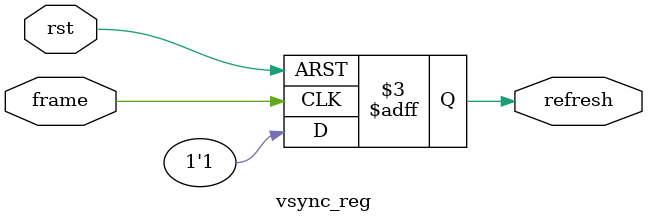
<source format=sv>
module vsync_reg(input logic rst, frame,
						output logic refresh);
						
always_ff @(posedge rst, negedge frame)
	begin
		if(rst) refresh <= 0;
		else if(!frame) refresh <= 1;
		else refresh <= refresh;
	end
endmodule
</source>
